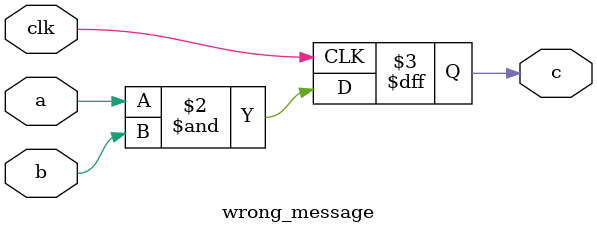
<source format=v>
`timescale 1ns / 1ps
module wrong_message(
	input clk,
	input a,
	input b,
	output reg c
    );
	
	 
	 always @(posedge clk)begin
		c=a&b;
	 end
	

endmodule

</source>
